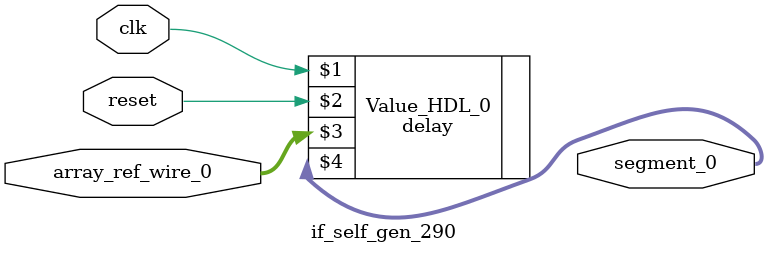
<source format=v>
module if_self_gen_290( input clk, input reset, input [31:0]array_ref_wire_0, output [31:0]segment_0); 
	wire [31:0]segment_0;
	//Proceed with segment_0 = array_ref_wire_0
	delay Value_HDL_0 ( clk, reset, array_ref_wire_0, segment_0);
endmodule
</source>
